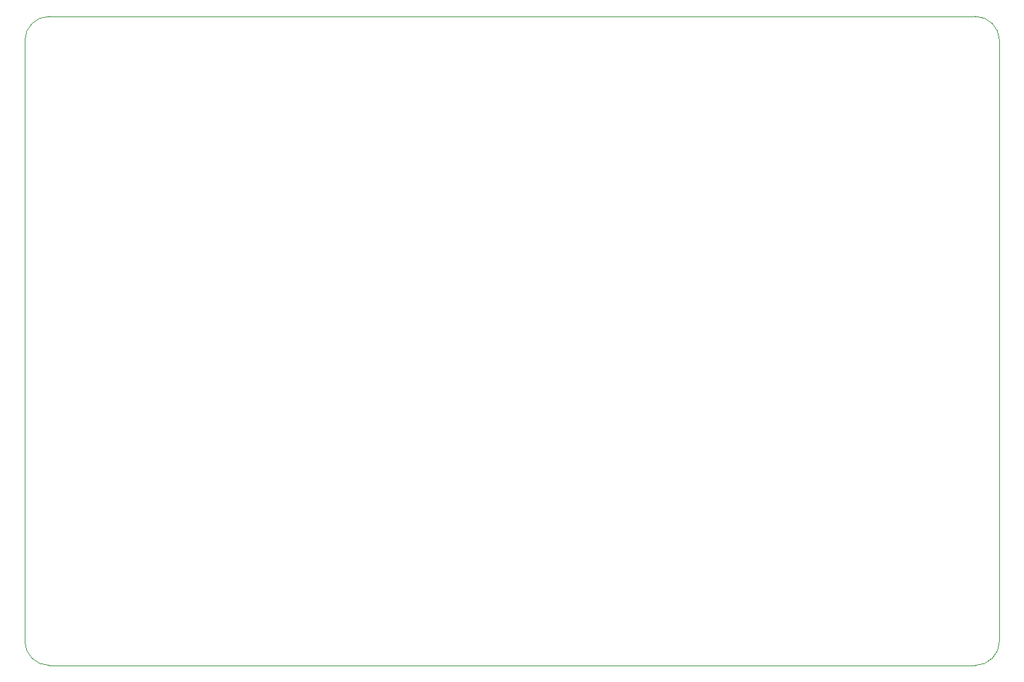
<source format=gm1>
%TF.GenerationSoftware,KiCad,Pcbnew,7.0.7*%
%TF.CreationDate,2023-10-10T10:51:27+02:00*%
%TF.ProjectId,RB2AMPController,52423241-4d50-4436-9f6e-74726f6c6c65,rev?*%
%TF.SameCoordinates,Original*%
%TF.FileFunction,Profile,NP*%
%FSLAX46Y46*%
G04 Gerber Fmt 4.6, Leading zero omitted, Abs format (unit mm)*
G04 Created by KiCad (PCBNEW 7.0.7) date 2023-10-10 10:51:27*
%MOMM*%
%LPD*%
G01*
G04 APERTURE LIST*
%TA.AperFunction,Profile*%
%ADD10C,0.100000*%
%TD*%
G04 APERTURE END LIST*
D10*
X81400000Y-136400000D02*
X81400000Y-62400000D01*
X84400000Y-59400000D02*
G75*
G03*
X81400000Y-62400000I0J-3000000D01*
G01*
X84400000Y-59400000D02*
X198400000Y-59400000D01*
X198400000Y-139400000D02*
X84400000Y-139400000D01*
X201400000Y-62400000D02*
X201400000Y-136400000D01*
X198400000Y-139400000D02*
G75*
G03*
X201400000Y-136400000I0J3000000D01*
G01*
X81400000Y-136400000D02*
G75*
G03*
X84400000Y-139400000I3000000J0D01*
G01*
X201400000Y-62400000D02*
G75*
G03*
X198400000Y-59400000I-3000000J0D01*
G01*
M02*

</source>
